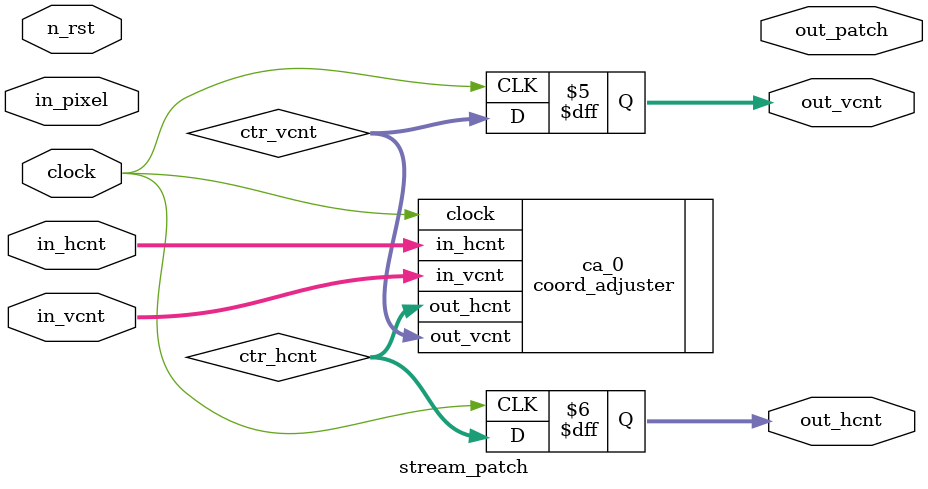
<source format=v>
`default_nettype none
`timescale 1ns/1ns

module stream_patch
  #( parameter integer BIT_WIDTH    = -1, // image bit width
     parameter integer IMAGE_HEIGHT = -1, // | image size
     parameter integer IMAGE_WIDTH  = -1, // |
     parameter integer FRAME_HEIGHT = -1, //   | frame size (including sync)
     parameter integer FRAME_WIDTH  = -1, //   |
     parameter integer PATCH_HEIGHT = -1, // | patch size
     parameter integer PATCH_WIDTH  = -1, // |
     parameter integer CENTER_V     = PATCH_HEIGHT / 2, // | center position
     parameter integer CENTER_H     = PATCH_WIDTH  / 2, // |
     parameter integer PADDING      = 1 ) // to apply padding or not
   ( clock,     n_rst,
     in_pixel,  in_vcnt,  in_hcnt,
     out_patch, out_vcnt, out_hcnt );

   // local parameters --------------------------------------------------------
   localparam integer V_BITW     = log2(FRAME_HEIGHT);
   localparam integer H_BITW     = log2(FRAME_WIDTH);
   localparam integer PATCH_BITW = BIT_WIDTH * PATCH_WIDTH * PATCH_HEIGHT;

   // inputs ------------------------------------------------------------------
   input wire 	               clock, n_rst;
   input wire [BIT_WIDTH-1:0]  in_pixel;
   input wire [V_BITW-1:0]     in_vcnt;
   input wire [H_BITW-1:0]     in_hcnt;
   
   // outputs -----------------------------------------------------------------
   output reg [0:PATCH_BITW-1] out_patch;
   // example where the patch size is (3, 3) and the bit width is 8:
   //
   //   \ h  0 1 2 
   //   v\  _______    ________a________ ____b____ ____c____ ____d____
   //   0  | a b c |  |_7_6_5_4_3_2_1_0_|_7_..._0_|_7_..._0_|_7_..._0_|...
   //   1  | d e f |    0 1    ...    7   8 ... 15 16 ... 23 24 ... 31 ...
   //   2  |_g_h_i_|
   //
   // i.e. out_patch = {a[7:0], b[7:0], c[7:0], d[7:0], ..., i[7:0]}
   output reg [V_BITW-1:0]     out_vcnt;
   output reg [H_BITW-1:0]     out_hcnt;
   // if the center position is (2, 1) in the example above,
   // these output coordinates correspond to the pixel <h>

   // integer / genvar --------------------------------------------------------
   genvar 			v, h;

   // patch extraction --------------------------------------------------------
   reg [BIT_WIDTH-1:0] 		patch[0:PATCH_HEIGHT-1][0:PATCH_WIDTH-1];
   generate
      // <delay> modules (FIFO)
      for(v = 1; v < PATCH_HEIGHT; v = v + 1) begin: stp_delay_v
	 wire [BIT_WIDTH-1:0] delay_out;
	 delay
	   #( .BIT_WIDTH(BIT_WIDTH), .LATENCY(FRAME_WIDTH - PATCH_WIDTH) )
	 dly_0
	   (  .clock(clock),         .n_rst(n_rst),
	      .in_data(patch[v][0]), .out_data(delay_out) );
      end
      // patch (shift registers)
      for(v = 0; v < PATCH_HEIGHT; v = v + 1) begin: stp_patch_v
	 for(h = 0; h < PATCH_WIDTH - 1; h = h + 1) begin: stp_patch_h
	    always @(posedge clock)
	      patch[v][h] <= patch[v][h+1];
	 end
	 if(v == PATCH_HEIGHT - 1) begin
	    always @(posedge clock)
	      patch[v][PATCH_WIDTH-1] <= in_pixel;
	 end
	 else begin
	    always @(posedge clock)
	      patch[v][PATCH_WIDTH-1] <= stp_delay_v[v+1].delay_out;
	 end
      end     
   endgenerate

   // coordinates adjustment based on the given center position ---------------
   wire [V_BITW-1:0]     ctr_vcnt;
   wire [H_BITW-1:0] 	 ctr_hcnt;
   coord_adjuster
     #( .FRAME_HEIGHT(FRAME_HEIGHT), .FRAME_WIDTH(FRAME_WIDTH), 
	.LATENCY( (PATCH_HEIGHT - 1 - CENTER_V) * FRAME_WIDTH +
		  (PATCH_WIDTH - 1 - CENTER_H) + 1 ) )
   ca_0
     (  .clock(clock), .in_vcnt(in_vcnt), .in_hcnt(in_hcnt),
	.out_vcnt(ctr_vcnt), .out_hcnt(ctr_hcnt)  );

   // padding and output ------------------------------------------------------
   generate
      for(v = 0; v < PATCH_HEIGHT; v = v + 1) begin: stp_pad_v
	 for(h = 0; h < PATCH_WIDTH; h = h + 1) begin: stp_pad_h
	    if(PADDING == 0) begin
	       always @(posedge clock)
		 out_patch[(v * PATCH_WIDTH + h) * BIT_WIDTH +: BIT_WIDTH]
		   <= patch[v][h];
	    end
	    else begin
	       wire [log2(PATCH_HEIGHT)-1:0] tgt_v;
	       wire [log2(PATCH_WIDTH)-1:0]  tgt_h;
	       assign tgt_v = (v + ctr_vcnt < CENTER_V) ? CENTER_V - ctr_vcnt :
			      (IMAGE_HEIGHT + CENTER_V <= v + ctr_vcnt) ?
			      (CENTER_V + IMAGE_HEIGHT - 1) - ctr_vcnt : v;
	       assign tgt_h = (h + ctr_hcnt < CENTER_H) ? CENTER_H - ctr_hcnt :
			      (IMAGE_WIDTH + CENTER_H <= h + ctr_hcnt) ?
			      (CENTER_H + IMAGE_WIDTH - 1) - ctr_hcnt : h;
	       always @(posedge clock)
		 out_patch[(v * PATCH_WIDTH + h) * BIT_WIDTH +: BIT_WIDTH]
		   <= ((ctr_vcnt < IMAGE_HEIGHT) && (ctr_hcnt < IMAGE_WIDTH)) ?
		      patch[tgt_v][tgt_h] : 0;
	    end
	 end
      end
      always @(posedge clock)
	{out_vcnt, out_hcnt} <= {ctr_vcnt, ctr_hcnt};      
   endgenerate
   
   // functions ---------------------------------------------------------------
   function integer log2;
      input integer value;
      begin
     	 value = value - 1;
	 for ( log2 = 0; value > 0; log2 = log2 + 1 )
	   value = value >> 1;
      end
   endfunction

endmodule
`default_nettype wire

</source>
